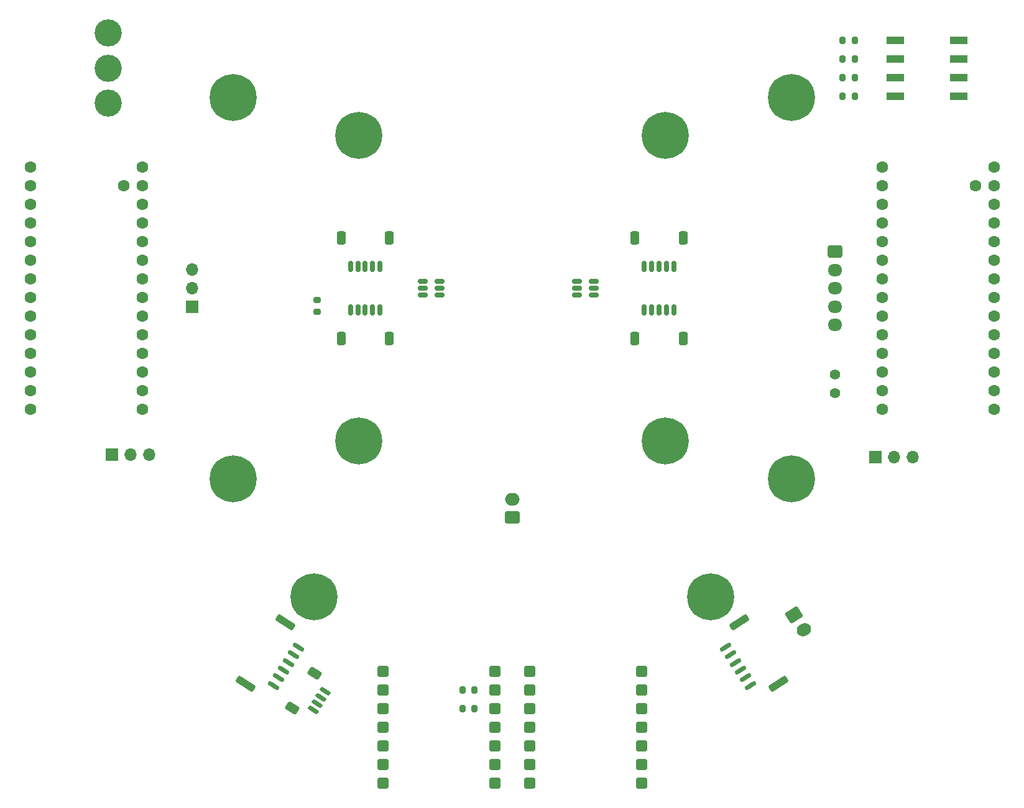
<source format=gts>
%TF.GenerationSoftware,KiCad,Pcbnew,7.0.9*%
%TF.CreationDate,2023-12-19T12:29:39+08:00*%
%TF.ProjectId,layer3,6c617965-7233-42e6-9b69-6361645f7063,rev?*%
%TF.SameCoordinates,Original*%
%TF.FileFunction,Soldermask,Top*%
%TF.FilePolarity,Negative*%
%FSLAX46Y46*%
G04 Gerber Fmt 4.6, Leading zero omitted, Abs format (unit mm)*
G04 Created by KiCad (PCBNEW 7.0.9) date 2023-12-19 12:29:39*
%MOMM*%
%LPD*%
G01*
G04 APERTURE LIST*
G04 Aperture macros list*
%AMRoundRect*
0 Rectangle with rounded corners*
0 $1 Rounding radius*
0 $2 $3 $4 $5 $6 $7 $8 $9 X,Y pos of 4 corners*
0 Add a 4 corners polygon primitive as box body*
4,1,4,$2,$3,$4,$5,$6,$7,$8,$9,$2,$3,0*
0 Add four circle primitives for the rounded corners*
1,1,$1+$1,$2,$3*
1,1,$1+$1,$4,$5*
1,1,$1+$1,$6,$7*
1,1,$1+$1,$8,$9*
0 Add four rect primitives between the rounded corners*
20,1,$1+$1,$2,$3,$4,$5,0*
20,1,$1+$1,$4,$5,$6,$7,0*
20,1,$1+$1,$6,$7,$8,$9,0*
20,1,$1+$1,$8,$9,$2,$3,0*%
%AMHorizOval*
0 Thick line with rounded ends*
0 $1 width*
0 $2 $3 position (X,Y) of the first rounded end (center of the circle)*
0 $4 $5 position (X,Y) of the second rounded end (center of the circle)*
0 Add line between two ends*
20,1,$1,$2,$3,$4,$5,0*
0 Add two circle primitives to create the rounded ends*
1,1,$1,$2,$3*
1,1,$1,$4,$5*%
G04 Aperture macros list end*
%ADD10RoundRect,0.150000X-0.600000X-0.600000X0.600000X-0.600000X0.600000X0.600000X-0.600000X0.600000X0*%
%ADD11RoundRect,0.150000X0.600000X0.600000X-0.600000X0.600000X-0.600000X-0.600000X0.600000X-0.600000X0*%
%ADD12R,1.700000X1.700000*%
%ADD13O,1.700000X1.700000*%
%ADD14C,6.400000*%
%ADD15RoundRect,0.200000X-0.200000X-0.275000X0.200000X-0.275000X0.200000X0.275000X-0.200000X0.275000X0*%
%ADD16RoundRect,0.150000X-0.512500X-0.150000X0.512500X-0.150000X0.512500X0.150000X-0.512500X0.150000X0*%
%ADD17RoundRect,0.200000X0.200000X0.275000X-0.200000X0.275000X-0.200000X-0.275000X0.200000X-0.275000X0*%
%ADD18RoundRect,0.150000X0.444908X-0.463877X0.606980X-0.211424X-0.444908X0.463877X-0.606980X0.211424X0*%
%ADD19RoundRect,0.250000X0.357898X-0.645685X0.736066X-0.056627X-0.357898X0.645685X-0.736066X0.056627X0*%
%ADD20RoundRect,0.150000X0.150000X0.625000X-0.150000X0.625000X-0.150000X-0.625000X0.150000X-0.625000X0*%
%ADD21RoundRect,0.250000X0.350000X0.650000X-0.350000X0.650000X-0.350000X-0.650000X0.350000X-0.650000X0*%
%ADD22RoundRect,0.150000X-0.670094X-0.251942X-0.508021X-0.504395X0.670094X0.251942X0.508021X0.504395X0*%
%ADD23RoundRect,0.250000X-1.102797X-0.410899X-0.832677X-0.831654X1.102797X0.410899X0.832677X0.831654X0*%
%ADD24RoundRect,0.150000X-0.150000X-0.625000X0.150000X-0.625000X0.150000X0.625000X-0.150000X0.625000X0*%
%ADD25RoundRect,0.250000X-0.350000X-0.650000X0.350000X-0.650000X0.350000X0.650000X-0.350000X0.650000X0*%
%ADD26RoundRect,0.150000X0.508021X-0.504395X0.670094X-0.251942X-0.508021X0.504395X-0.670094X0.251942X0*%
%ADD27RoundRect,0.250000X0.832677X-0.831654X1.102797X-0.410899X-0.832677X0.831654X-1.102797X0.410899X0*%
%ADD28C,3.703200*%
%ADD29RoundRect,0.200000X0.275000X-0.200000X0.275000X0.200000X-0.275000X0.200000X-0.275000X-0.200000X0*%
%ADD30C,1.600000*%
%ADD31R,2.440000X1.120000*%
%ADD32RoundRect,0.250000X-0.955277X0.099726X-0.306989X-0.910087X0.955277X-0.099726X0.306989X0.910087X0*%
%ADD33HorizOval,1.700000X-0.126227X-0.081036X0.126227X0.081036X0*%
%ADD34RoundRect,0.250000X-0.725000X0.600000X-0.725000X-0.600000X0.725000X-0.600000X0.725000X0.600000X0*%
%ADD35O,1.950000X1.700000*%
%ADD36C,1.400000*%
%ADD37RoundRect,0.250000X0.750000X-0.600000X0.750000X0.600000X-0.750000X0.600000X-0.750000X-0.600000X0*%
%ADD38O,2.000000X1.700000*%
G04 APERTURE END LIST*
D10*
%TO.C,U4*%
X122620000Y-172490000D03*
X122620000Y-169950000D03*
X122620000Y-167410000D03*
X122620000Y-164870000D03*
X122620000Y-162330000D03*
X122620000Y-159790000D03*
X122620000Y-157250000D03*
D11*
X107380000Y-157250000D03*
X107380000Y-159790000D03*
X107380000Y-162330000D03*
X107380000Y-164870000D03*
X107380000Y-167410000D03*
X107380000Y-169950000D03*
X107380000Y-172490000D03*
%TD*%
D12*
%TO.C,DRIBBLERJ1*%
X61400000Y-107525000D03*
D13*
X61400000Y-104985000D03*
X61400000Y-102445000D03*
%TD*%
D14*
%TO.C,H9*%
X77987984Y-147075539D03*
%TD*%
D15*
%TO.C,R3*%
X150000000Y-73730000D03*
X151650000Y-73730000D03*
%TD*%
D16*
%TO.C,U5*%
X92862500Y-104050000D03*
X92862500Y-105000000D03*
X92862500Y-105950000D03*
X95137500Y-105950000D03*
X95137500Y-105000000D03*
X95137500Y-104050000D03*
%TD*%
D14*
%TO.C,H3*%
X84140350Y-84140350D03*
%TD*%
D17*
%TO.C,R6*%
X99900000Y-162330000D03*
X98250000Y-162330000D03*
%TD*%
D10*
%TO.C,U3*%
X102620000Y-172490000D03*
X102620000Y-169950000D03*
X102620000Y-167410000D03*
X102620000Y-164870000D03*
X102620000Y-162330000D03*
X102620000Y-159790000D03*
X102620000Y-157250000D03*
D11*
X87380000Y-157250000D03*
X87380000Y-159790000D03*
X87380000Y-162330000D03*
X87380000Y-164870000D03*
X87380000Y-167410000D03*
X87380000Y-169950000D03*
X87380000Y-172490000D03*
%TD*%
D15*
%TO.C,R4*%
X150000000Y-71190000D03*
X151650000Y-71190000D03*
%TD*%
D14*
%TO.C,H7*%
X67000000Y-131000000D03*
%TD*%
D18*
%TO.C,J8*%
X77890239Y-162468743D03*
X78430480Y-161627232D03*
X78970720Y-160785721D03*
X79510960Y-159944210D03*
D19*
X75063112Y-162198600D03*
X78088458Y-157486139D03*
%TD*%
D20*
%TO.C,J1*%
X87000000Y-102000000D03*
X86000000Y-102000000D03*
X85000000Y-102000000D03*
X84000000Y-102000000D03*
X83000000Y-102000000D03*
D21*
X88300000Y-98125000D03*
X81700000Y-98125000D03*
%TD*%
D14*
%TO.C,H6*%
X125859650Y-125859650D03*
%TD*%
D22*
%TO.C,J7*%
X134085205Y-153914405D03*
X134760505Y-154966294D03*
X135435806Y-156018182D03*
X136111106Y-157070071D03*
X136786407Y-158121959D03*
X137461707Y-159173848D03*
D23*
X135904822Y-150547805D03*
X141280213Y-158920838D03*
%TD*%
D14*
%TO.C,H8*%
X143000000Y-131000000D03*
%TD*%
D24*
%TO.C,J3*%
X83000000Y-108000000D03*
X84000000Y-108000000D03*
X85000000Y-108000000D03*
X86000000Y-108000000D03*
X87000000Y-108000000D03*
D25*
X81700000Y-111875000D03*
X88300000Y-111875000D03*
%TD*%
D17*
%TO.C,R7*%
X99900000Y-159790000D03*
X98250000Y-159790000D03*
%TD*%
D14*
%TO.C,H4*%
X125859650Y-84140350D03*
%TD*%
%TO.C,H5*%
X84140350Y-125859650D03*
%TD*%
D15*
%TO.C,R2*%
X150000000Y-76270000D03*
X151650000Y-76270000D03*
%TD*%
D26*
%TO.C,J6*%
X72538293Y-159173848D03*
X73213593Y-158121959D03*
X73888894Y-157070071D03*
X74564194Y-156018182D03*
X75239495Y-154966294D03*
X75914795Y-153914405D03*
D27*
X68719787Y-158920838D03*
X74095178Y-150547805D03*
%TD*%
D28*
%TO.C,SW1*%
X50000000Y-70200000D03*
X50000000Y-75000000D03*
X50000000Y-79800000D03*
%TD*%
D16*
%TO.C,U6*%
X113862500Y-104050000D03*
X113862500Y-105000000D03*
X113862500Y-105950000D03*
X116137500Y-105950000D03*
X116137500Y-105000000D03*
X116137500Y-104050000D03*
%TD*%
D29*
%TO.C,R5*%
X78400000Y-108250000D03*
X78400000Y-106600000D03*
%TD*%
D30*
%TO.C,U2*%
X155380000Y-91030000D03*
X155380000Y-93570000D03*
X155380000Y-96110000D03*
X155380000Y-98650000D03*
X170620000Y-93570000D03*
X155380000Y-101190000D03*
X155380000Y-103730000D03*
X155380000Y-106270000D03*
X155380000Y-108810000D03*
X155380000Y-111350000D03*
X155380000Y-113890000D03*
X155380000Y-116430000D03*
X155380000Y-118970000D03*
X155380000Y-121510000D03*
X170620000Y-121510000D03*
X170620000Y-118970000D03*
X170620000Y-116430000D03*
X170620000Y-113890000D03*
X170620000Y-111350000D03*
X170620000Y-108810000D03*
X170620000Y-106270000D03*
X170620000Y-103730000D03*
X170620000Y-101190000D03*
X170620000Y-98650000D03*
X170620000Y-96110000D03*
X155380000Y-88490000D03*
X170620000Y-91030000D03*
X170620000Y-88490000D03*
X168080000Y-91030000D03*
%TD*%
D12*
%TO.C,BUCK1*%
X50475000Y-127710000D03*
D13*
X53015000Y-127710000D03*
X55555000Y-127710000D03*
%TD*%
D15*
%TO.C,R1*%
X150000000Y-78810000D03*
X151650000Y-78810000D03*
%TD*%
D12*
%TO.C,BUCK2*%
X154460000Y-128000000D03*
D13*
X157000000Y-128000000D03*
X159540000Y-128000000D03*
%TD*%
D31*
%TO.C,SW2*%
X165805000Y-78810000D03*
X165805000Y-76270000D03*
X165805000Y-73730000D03*
X165805000Y-71190000D03*
X157195000Y-71190000D03*
X157195000Y-73730000D03*
X157195000Y-76270000D03*
X157195000Y-78810000D03*
%TD*%
D14*
%TO.C,H10*%
X132012016Y-147075539D03*
%TD*%
%TO.C,H1*%
X67000000Y-79000000D03*
%TD*%
D32*
%TO.C,J12*%
X143414402Y-149490658D03*
D33*
X144765003Y-151594435D03*
%TD*%
D34*
%TO.C,J5*%
X149000000Y-100000000D03*
D35*
X149000000Y-102500000D03*
X149000000Y-105000000D03*
X149000000Y-107500000D03*
X149000000Y-110000000D03*
%TD*%
D24*
%TO.C,J4*%
X123000000Y-108000000D03*
X124000000Y-108000000D03*
X125000000Y-108000000D03*
X126000000Y-108000000D03*
X127000000Y-108000000D03*
D25*
X121700000Y-111875000D03*
X128300000Y-111875000D03*
%TD*%
D36*
%TO.C,TP1*%
X149000000Y-116750000D03*
X149000000Y-119290000D03*
%TD*%
D14*
%TO.C,H2*%
X143000000Y-79000000D03*
%TD*%
D30*
%TO.C,U1*%
X39380000Y-91030000D03*
X39380000Y-93570000D03*
X39380000Y-96110000D03*
X39380000Y-98650000D03*
X54620000Y-93570000D03*
X39380000Y-101190000D03*
X39380000Y-103730000D03*
X39380000Y-106270000D03*
X39380000Y-108810000D03*
X39380000Y-111350000D03*
X39380000Y-113890000D03*
X39380000Y-116430000D03*
X39380000Y-118970000D03*
X39380000Y-121510000D03*
X54620000Y-121510000D03*
X54620000Y-118970000D03*
X54620000Y-116430000D03*
X54620000Y-113890000D03*
X54620000Y-111350000D03*
X54620000Y-108810000D03*
X54620000Y-106270000D03*
X54620000Y-103730000D03*
X54620000Y-101190000D03*
X54620000Y-98650000D03*
X54620000Y-96110000D03*
X39380000Y-88490000D03*
X54620000Y-91030000D03*
X54620000Y-88490000D03*
X52080000Y-91030000D03*
%TD*%
D20*
%TO.C,J2*%
X127000000Y-102000000D03*
X126000000Y-102000000D03*
X125000000Y-102000000D03*
X124000000Y-102000000D03*
X123000000Y-102000000D03*
D21*
X128300000Y-98125000D03*
X121700000Y-98125000D03*
%TD*%
D37*
%TO.C,J9*%
X105000000Y-136250000D03*
D38*
X105000000Y-133750000D03*
%TD*%
M02*

</source>
